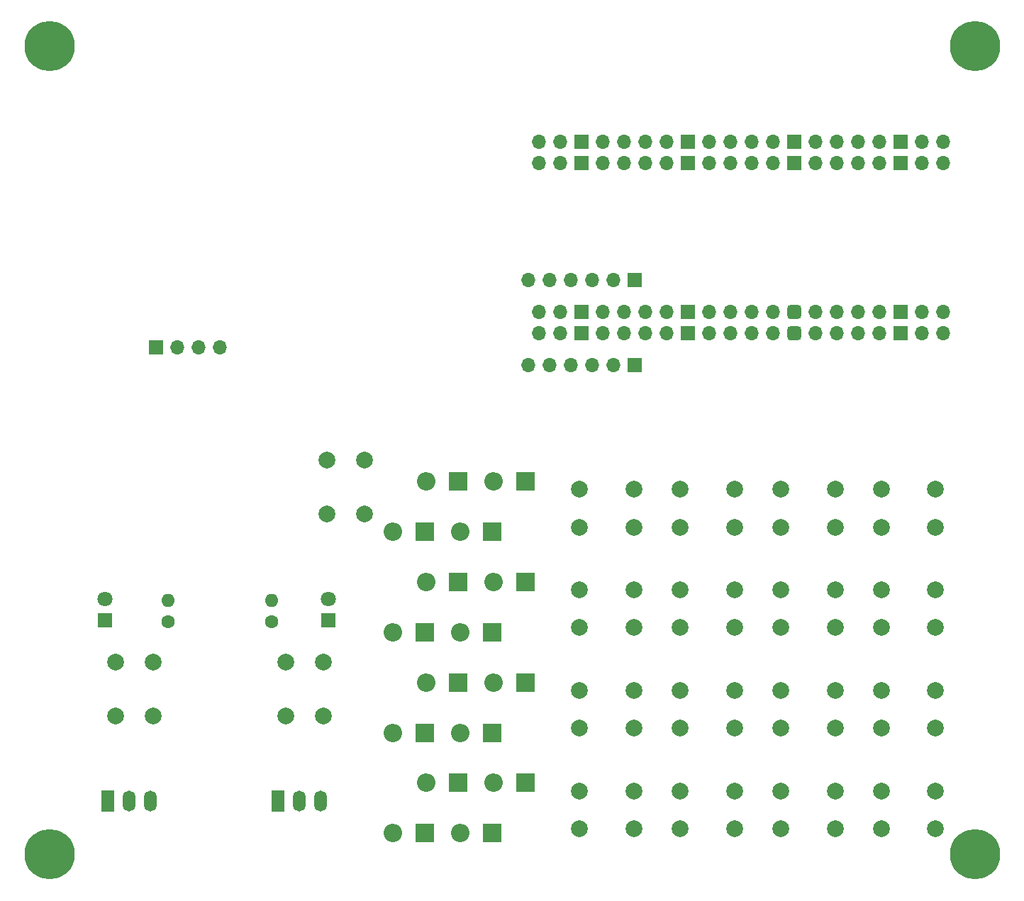
<source format=gbr>
%TF.GenerationSoftware,KiCad,Pcbnew,7.0.2-0*%
%TF.CreationDate,2023-09-07T14:23:57-05:00*%
%TF.ProjectId,CowPi-mk3c,436f7750-692d-46d6-9b33-632e6b696361,mk3c*%
%TF.SameCoordinates,Original*%
%TF.FileFunction,Soldermask,Bot*%
%TF.FilePolarity,Negative*%
%FSLAX46Y46*%
G04 Gerber Fmt 4.6, Leading zero omitted, Abs format (unit mm)*
G04 Created by KiCad (PCBNEW 7.0.2-0) date 2023-09-07 14:23:57*
%MOMM*%
%LPD*%
G01*
G04 APERTURE LIST*
G04 Aperture macros list*
%AMRoundRect*
0 Rectangle with rounded corners*
0 $1 Rounding radius*
0 $2 $3 $4 $5 $6 $7 $8 $9 X,Y pos of 4 corners*
0 Add a 4 corners polygon primitive as box body*
4,1,4,$2,$3,$4,$5,$6,$7,$8,$9,$2,$3,0*
0 Add four circle primitives for the rounded corners*
1,1,$1+$1,$2,$3*
1,1,$1+$1,$4,$5*
1,1,$1+$1,$6,$7*
1,1,$1+$1,$8,$9*
0 Add four rect primitives between the rounded corners*
20,1,$1+$1,$2,$3,$4,$5,0*
20,1,$1+$1,$4,$5,$6,$7,0*
20,1,$1+$1,$6,$7,$8,$9,0*
20,1,$1+$1,$8,$9,$2,$3,0*%
G04 Aperture macros list end*
%ADD10C,2.000000*%
%ADD11C,1.600000*%
%ADD12O,1.600000X1.600000*%
%ADD13R,2.200000X2.200000*%
%ADD14O,2.200000X2.200000*%
%ADD15O,1.700000X1.700000*%
%ADD16R,1.700000X1.700000*%
%ADD17C,6.000000*%
%ADD18R,1.800000X1.800000*%
%ADD19C,1.800000*%
%ADD20R,1.500000X2.500000*%
%ADD21O,1.500000X2.500000*%
%ADD22RoundRect,0.425000X-0.425000X0.425000X-0.425000X-0.425000X0.425000X-0.425000X0.425000X0.425000X0*%
G04 APERTURE END LIST*
D10*
%TO.C,SW15*%
X151440000Y-149347317D03*
X144940000Y-149347317D03*
X144940000Y-144847317D03*
X151440000Y-144847317D03*
%TD*%
D11*
%TO.C,R1*%
X95777434Y-124623230D03*
D12*
X95777434Y-122083230D03*
%TD*%
D13*
%TO.C,D5*%
X134460000Y-125897317D03*
D14*
X130650000Y-125897317D03*
%TD*%
D15*
%TO.C,J1*%
X138800000Y-83857317D03*
X141340000Y-83857317D03*
X143880000Y-83857317D03*
X146420000Y-83857317D03*
X148960000Y-83857317D03*
D16*
X151500000Y-83857317D03*
%TD*%
D10*
%TO.C,SW13*%
X187440000Y-149347317D03*
X180940000Y-149347317D03*
X180940000Y-144847317D03*
X187440000Y-144847317D03*
%TD*%
D13*
%TO.C,D13*%
X126460000Y-149897317D03*
D14*
X122650000Y-149897317D03*
%TD*%
D13*
%TO.C,D2*%
X134460000Y-113897317D03*
D14*
X130650000Y-113897317D03*
%TD*%
D13*
%TO.C,D12*%
X126460000Y-137897317D03*
D14*
X122650000Y-137897317D03*
%TD*%
D10*
%TO.C,SW19*%
X109880000Y-135927317D03*
X109880000Y-129427317D03*
X114380000Y-129427317D03*
X114380000Y-135927317D03*
%TD*%
D16*
%TO.C,J3*%
X94350000Y-91854817D03*
D15*
X96890000Y-91854817D03*
X99430000Y-91854817D03*
X101970000Y-91854817D03*
%TD*%
D17*
%TO.C,H3*%
X81650000Y-152437317D03*
%TD*%
D13*
%TO.C,D1*%
X138460000Y-107897317D03*
D14*
X134650000Y-107897317D03*
%TD*%
D13*
%TO.C,D15*%
X138460000Y-143897317D03*
D14*
X134650000Y-143897317D03*
%TD*%
D10*
%TO.C,SW3*%
X175440000Y-113347317D03*
X168940000Y-113347317D03*
X168940000Y-108847317D03*
X175440000Y-108847317D03*
%TD*%
D18*
%TO.C,D17*%
X114960000Y-124497317D03*
D19*
X114960000Y-121957317D03*
%TD*%
D10*
%TO.C,SW6*%
X175440000Y-125347317D03*
X168940000Y-125347317D03*
X168940000Y-120847317D03*
X175440000Y-120847317D03*
%TD*%
%TO.C,SW20*%
X114773408Y-111804362D03*
X114773408Y-105304362D03*
X119273408Y-105304362D03*
X119273408Y-111804362D03*
%TD*%
%TO.C,SW8*%
X163440000Y-137347317D03*
X156940000Y-137347317D03*
X156940000Y-132847317D03*
X163440000Y-132847317D03*
%TD*%
%TO.C,SW7*%
X151440000Y-137347317D03*
X144940000Y-137347317D03*
X144940000Y-132847317D03*
X151440000Y-132847317D03*
%TD*%
%TO.C,SW4*%
X151440000Y-125347317D03*
X144940000Y-125347317D03*
X144940000Y-120847317D03*
X151440000Y-120847317D03*
%TD*%
%TO.C,SW0*%
X163440000Y-149347317D03*
X156940000Y-149347317D03*
X156940000Y-144847317D03*
X163440000Y-144847317D03*
%TD*%
D13*
%TO.C,D6*%
X130460000Y-119897317D03*
D14*
X126650000Y-119897317D03*
%TD*%
D10*
%TO.C,SW14*%
X175440000Y-149347317D03*
X168940000Y-149347317D03*
X168940000Y-144847317D03*
X175440000Y-144847317D03*
%TD*%
D13*
%TO.C,D3*%
X130460000Y-107897317D03*
D14*
X126650000Y-107897317D03*
%TD*%
D13*
%TO.C,D9*%
X130460000Y-131897317D03*
D14*
X126650000Y-131897317D03*
%TD*%
D17*
%TO.C,H2*%
X192140000Y-55917317D03*
%TD*%
D11*
%TO.C,R2*%
X108147434Y-124623230D03*
D12*
X108147434Y-122083230D03*
%TD*%
D15*
%TO.C,J2*%
X138800000Y-94017317D03*
X141340000Y-94017317D03*
X143880000Y-94017317D03*
X146420000Y-94017317D03*
X148960000Y-94017317D03*
D16*
X151500000Y-94017317D03*
%TD*%
D17*
%TO.C,H1*%
X81650000Y-55917317D03*
%TD*%
D10*
%TO.C,SW5*%
X163440000Y-125347317D03*
X156940000Y-125347317D03*
X156940000Y-120847317D03*
X163440000Y-120847317D03*
%TD*%
%TO.C,SW10*%
X187440000Y-113347317D03*
X180940000Y-113347317D03*
X180940000Y-108847317D03*
X187440000Y-108847317D03*
%TD*%
D13*
%TO.C,D4*%
X138460000Y-119897317D03*
D14*
X134650000Y-119897317D03*
%TD*%
D13*
%TO.C,D0*%
X134460000Y-149897317D03*
D14*
X130650000Y-149897317D03*
%TD*%
D17*
%TO.C,H4*%
X192140000Y-152437317D03*
%TD*%
D15*
%TO.C,J_pico_1-20*%
X188330000Y-67347317D03*
X188330000Y-69887317D03*
X185790000Y-67347317D03*
X185790000Y-69887317D03*
D16*
X183250000Y-67347317D03*
X183250000Y-69887317D03*
D15*
X180710000Y-67347317D03*
X180710000Y-69887317D03*
X178170000Y-67347317D03*
X178170000Y-69887317D03*
X175630000Y-67347317D03*
X175630000Y-69887317D03*
X173090000Y-67347317D03*
X173090000Y-69887317D03*
D16*
X170550000Y-67347317D03*
X170550000Y-69887317D03*
D15*
X168010000Y-67347317D03*
X168010000Y-69887317D03*
X165470000Y-67347317D03*
X165470000Y-69887317D03*
X162930000Y-67347317D03*
X162930000Y-69887317D03*
X160390000Y-67347317D03*
X160390000Y-69887317D03*
D16*
X157850000Y-67347317D03*
X157850000Y-69887317D03*
D15*
X155310000Y-67347317D03*
X155310000Y-69887317D03*
X152770000Y-67347317D03*
X152770000Y-69887317D03*
X150230000Y-67347317D03*
X150230000Y-69887317D03*
X147690000Y-67347317D03*
X147690000Y-69887317D03*
D16*
X145150000Y-67347317D03*
X145150000Y-69887317D03*
D15*
X142610000Y-67347317D03*
X142610000Y-69887317D03*
X140070000Y-67347317D03*
X140070000Y-69887317D03*
%TD*%
D10*
%TO.C,SW18*%
X89560000Y-135927317D03*
X89560000Y-129427317D03*
X94060000Y-129427317D03*
X94060000Y-135927317D03*
%TD*%
%TO.C,SW9*%
X175440000Y-137347317D03*
X168940000Y-137347317D03*
X168940000Y-132847317D03*
X175440000Y-132847317D03*
%TD*%
%TO.C,SW12*%
X187440000Y-137347317D03*
X180940000Y-137347317D03*
X180940000Y-132847317D03*
X187440000Y-132847317D03*
%TD*%
%TO.C,SW1*%
X151440000Y-113347317D03*
X144940000Y-113347317D03*
X144940000Y-108847317D03*
X151440000Y-108847317D03*
%TD*%
D13*
%TO.C,D7*%
X138460000Y-131897317D03*
D14*
X134650000Y-131897317D03*
%TD*%
D13*
%TO.C,D10*%
X126460000Y-113897317D03*
D14*
X122650000Y-113897317D03*
%TD*%
D13*
%TO.C,D14*%
X130460000Y-143897317D03*
D14*
X126650000Y-143897317D03*
%TD*%
D20*
%TO.C,SW17*%
X108900000Y-146087317D03*
D21*
X111440000Y-146087317D03*
X113980000Y-146087317D03*
%TD*%
D20*
%TO.C,SW16*%
X88580000Y-146087317D03*
D21*
X91120000Y-146087317D03*
X93660000Y-146087317D03*
%TD*%
D10*
%TO.C,SW11*%
X187440000Y-125347317D03*
X180940000Y-125347317D03*
X180940000Y-120847317D03*
X187440000Y-120847317D03*
%TD*%
D18*
%TO.C,D16*%
X88290000Y-124497317D03*
D19*
X88290000Y-121957317D03*
%TD*%
D13*
%TO.C,D11*%
X126460000Y-125897317D03*
D14*
X122650000Y-125897317D03*
%TD*%
D13*
%TO.C,D8*%
X134460000Y-137897317D03*
D14*
X130650000Y-137897317D03*
%TD*%
D10*
%TO.C,SW2*%
X163440000Y-113347317D03*
X156940000Y-113347317D03*
X156940000Y-108847317D03*
X163440000Y-108847317D03*
%TD*%
D15*
%TO.C,Jpico_40-21*%
X188330000Y-87667317D03*
X188330000Y-90207317D03*
X185790000Y-87667317D03*
X185790000Y-90207317D03*
D16*
X183250000Y-87667317D03*
X183250000Y-90207317D03*
D15*
X180710000Y-87667317D03*
X180710000Y-90207317D03*
X178170000Y-87667317D03*
X178170000Y-90207317D03*
X175630000Y-87667317D03*
X175630000Y-90207317D03*
X173090000Y-87667317D03*
X173090000Y-90207317D03*
D22*
X170550000Y-87667317D03*
X170550000Y-90207317D03*
D15*
X168010000Y-87667317D03*
X168010000Y-90207317D03*
X165470000Y-87667317D03*
X165470000Y-90207317D03*
X162930000Y-87667317D03*
X162930000Y-90207317D03*
X160390000Y-87667317D03*
X160390000Y-90207317D03*
D16*
X157850000Y-87667317D03*
X157850000Y-90207317D03*
D15*
X155310000Y-87667317D03*
X155310000Y-90207317D03*
X152770000Y-87667317D03*
X152770000Y-90207317D03*
X150230000Y-87667317D03*
X150230000Y-90207317D03*
X147690000Y-87667317D03*
X147690000Y-90207317D03*
D16*
X145150000Y-87667317D03*
X145150000Y-90207317D03*
D15*
X142610000Y-87667317D03*
X142610000Y-90207317D03*
X140070000Y-87667317D03*
X140070000Y-90207317D03*
%TD*%
M02*

</source>
